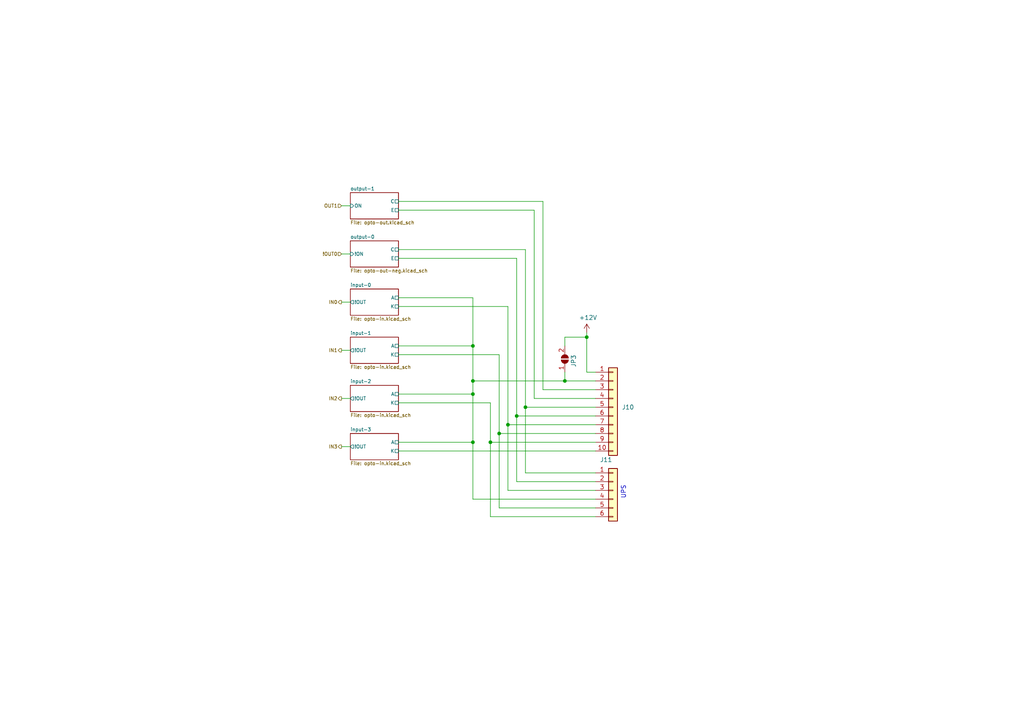
<source format=kicad_sch>
(kicad_sch (version 20211123) (generator eeschema)
  (paper "A4")
  (lib_symbols
    (symbol "Connector_Generic:Conn_01x06" (pin_names (offset 1.016) hide)
      (property "Reference" "J" (at 0 7.62 0))
      (property "Value" "Conn_01x06" (at 0 -10.16 0))
      (symbol "Conn_01x06_1_1"
        (rectangle (start -1.27 -7.493) (end 0 -7.747) (stroke (width 0.1524)))
        (rectangle (start -1.27 -4.953) (end 0 -5.207) (stroke (width 0.1524)))
        (rectangle (start -1.27 -2.413) (end 0 -2.667) (stroke (width 0.1524)))
        (rectangle (start -1.27 0.127) (end 0 -0.127) (stroke (width 0.1524)))
        (rectangle (start -1.27 2.667) (end 0 2.413) (stroke (width 0.1524)))
        (rectangle (start -1.27 5.207) (end 0 4.953) (stroke (width 0.1524)))
        (rectangle (start -1.27 6.35) (end 1.27 -8.89) (stroke (width 0.254)) (fill (type background)))
        (pin passive line (at -5.08 5.08 0) (length 3.81) (name "Pin_1") (number "1"))
        (pin passive line (at -5.08 2.54 0) (length 3.81) (name "Pin_2") (number "2"))
        (pin passive line (at -5.08 0 0) (length 3.81) (name "Pin_3") (number "3"))
        (pin passive line (at -5.08 -2.54 0) (length 3.81) (name "Pin_4") (number "4"))
        (pin passive line (at -5.08 -5.08 0) (length 3.81) (name "Pin_5") (number "5"))
        (pin passive line (at -5.08 -7.62 0) (length 3.81) (name "Pin_6") (number "6"))
      )
    )
    (symbol "Connector_Generic:Conn_01x10" (pin_names (offset 1.016) hide)
      (property "Reference" "J" (at 0 12.7 0))
      (property "Value" "Conn_01x10" (at 0 -15.24 0))
      (symbol "Conn_01x10_1_1"
        (rectangle (start -1.27 -12.573) (end 0 -12.827) (stroke (width 0.1524)))
        (rectangle (start -1.27 -10.033) (end 0 -10.287) (stroke (width 0.1524)))
        (rectangle (start -1.27 -7.493) (end 0 -7.747) (stroke (width 0.1524)))
        (rectangle (start -1.27 -4.953) (end 0 -5.207) (stroke (width 0.1524)))
        (rectangle (start -1.27 -2.413) (end 0 -2.667) (stroke (width 0.1524)))
        (rectangle (start -1.27 0.127) (end 0 -0.127) (stroke (width 0.1524)))
        (rectangle (start -1.27 2.667) (end 0 2.413) (stroke (width 0.1524)))
        (rectangle (start -1.27 5.207) (end 0 4.953) (stroke (width 0.1524)))
        (rectangle (start -1.27 7.747) (end 0 7.493) (stroke (width 0.1524)))
        (rectangle (start -1.27 10.287) (end 0 10.033) (stroke (width 0.1524)))
        (rectangle (start -1.27 11.43) (end 1.27 -13.97) (stroke (width 0.254)) (fill (type background)))
        (pin passive line (at -5.08 10.16 0) (length 3.81) (name "Pin_1") (number "1"))
        (pin passive line (at -5.08 -12.7 0) (length 3.81) (name "Pin_10") (number "10"))
        (pin passive line (at -5.08 7.62 0) (length 3.81) (name "Pin_2") (number "2"))
        (pin passive line (at -5.08 5.08 0) (length 3.81) (name "Pin_3") (number "3"))
        (pin passive line (at -5.08 2.54 0) (length 3.81) (name "Pin_4") (number "4"))
        (pin passive line (at -5.08 0 0) (length 3.81) (name "Pin_5") (number "5"))
        (pin passive line (at -5.08 -2.54 0) (length 3.81) (name "Pin_6") (number "6"))
        (pin passive line (at -5.08 -5.08 0) (length 3.81) (name "Pin_7") (number "7"))
        (pin passive line (at -5.08 -7.62 0) (length 3.81) (name "Pin_8") (number "8"))
        (pin passive line (at -5.08 -10.16 0) (length 3.81) (name "Pin_9") (number "9"))
      )
    )
    (symbol "Jumper:SolderJumper_2_Open" (pin_names (offset 0) hide)
      (property "Reference" "JP" (at 0 2.032 0))
      (property "Value" "SolderJumper_2_Open" (at 0 -2.54 0))
      (symbol "SolderJumper_2_Open_0_1"
        (arc (start -0.254 1.016) (mid -1.27 0) (end -0.254 -1.016))
        (arc (start -0.254 1.016) (mid -1.27 0) (end -0.254 -1.016) (fill (type outline)))
        (polyline (pts (xy -0.254 1.016) (xy -0.254 -1.016)))
        (polyline (pts (xy 0.254 1.016) (xy 0.254 -1.016)))
        (arc (start 0.254 -1.016) (mid 1.27 0) (end 0.254 1.016))
        (arc (start 0.254 -1.016) (mid 1.27 0) (end 0.254 1.016) (fill (type outline)))
      )
      (symbol "SolderJumper_2_Open_1_1"
        (pin passive line (at -3.81 0 0) (length 2.54) (name "A") (number "1"))
        (pin passive line (at 3.81 0 180) (length 2.54) (name "B") (number "2"))
      )
    )
    (symbol "power:+12V" (power) (pin_names (offset 0))
      (property "Value" "+12V" (at 0 3.556 0))
      (symbol "+12V_0_1"
        (polyline (pts (xy -0.762 1.27) (xy 0 2.54)))
        (polyline (pts (xy 0 0) (xy 0 2.54)))
        (polyline (pts (xy 0 2.54) (xy 0.762 1.27)))
      )
      (symbol "+12V_1_1"
        (pin power_in line (at 0 0 90) (length 0) hide (name "+12V") (number "1"))
      )
    )
  )
  (junction (at 144.78 125.73))
  (junction (at 152.4 118.11))
  (junction (at 170.18 97.79))
  (junction (at 142.24 128.27))
  (junction (at 137.16 110.49))
  (junction (at 137.16 114.3))
  (junction (at 137.16 128.27))
  (junction (at 147.32 123.19))
  (junction (at 149.86 120.65))
  (junction (at 137.16 100.33))
  (junction (at 163.83 110.49))
  (wire (pts (xy 144.78 125.73) (xy 144.78 102.87)))
  (wire (pts (xy 137.16 114.3) (xy 137.16 128.27)))
  (wire (pts (xy 137.16 86.36) (xy 137.16 100.33)))
  (wire (pts (xy 142.24 128.27) (xy 142.24 116.84)))
  (wire (pts (xy 144.78 147.32) (xy 144.78 125.73)))
  (wire (pts (xy 172.72 149.86) (xy 142.24 149.86)))
  (wire (pts (xy 115.57 58.42) (xy 157.48 58.42)))
  (wire (pts (xy 172.72 139.7) (xy 149.86 139.7)))
  (wire (pts (xy 163.83 107.95) (xy 163.83 110.49)))
  (wire (pts (xy 170.18 97.79) (xy 170.18 96.52)))
  (wire (pts (xy 172.72 147.32) (xy 144.78 147.32)))
  (wire (pts (xy 149.86 120.65) (xy 149.86 139.7)))
  (wire (pts (xy 147.32 142.24) (xy 147.32 123.19)))
  (wire (pts (xy 137.16 144.78) (xy 172.72 144.78)))
  (wire (pts (xy 152.4 118.11) (xy 172.72 118.11)))
  (wire (pts (xy 99.06 73.66) (xy 101.6 73.66)))
  (wire (pts (xy 163.83 97.79) (xy 170.18 97.79)))
  (wire (pts (xy 115.57 100.33) (xy 137.16 100.33)))
  (wire (pts (xy 170.18 107.95) (xy 170.18 97.79)))
  (wire (pts (xy 137.16 110.49) (xy 163.83 110.49)))
  (wire (pts (xy 163.83 100.33) (xy 163.83 97.79)))
  (wire (pts (xy 115.57 116.84) (xy 142.24 116.84)))
  (wire (pts (xy 137.16 110.49) (xy 137.16 114.3)))
  (wire (pts (xy 152.4 72.39) (xy 152.4 118.11)))
  (wire (pts (xy 154.94 115.57) (xy 154.94 60.96)))
  (wire (pts (xy 157.48 113.03) (xy 172.72 113.03)))
  (wire (pts (xy 115.57 74.93) (xy 149.86 74.93)))
  (wire (pts (xy 115.57 60.96) (xy 154.94 60.96)))
  (wire (pts (xy 115.57 86.36) (xy 137.16 86.36)))
  (wire (pts (xy 149.86 120.65) (xy 172.72 120.65)))
  (wire (pts (xy 157.48 58.42) (xy 157.48 113.03)))
  (wire (pts (xy 144.78 125.73) (xy 172.72 125.73)))
  (wire (pts (xy 163.83 110.49) (xy 172.72 110.49)))
  (wire (pts (xy 137.16 100.33) (xy 137.16 110.49)))
  (wire (pts (xy 115.57 114.3) (xy 137.16 114.3)))
  (wire (pts (xy 147.32 123.19) (xy 172.72 123.19)))
  (wire (pts (xy 137.16 144.78) (xy 137.16 128.27)))
  (wire (pts (xy 99.06 129.54) (xy 101.6 129.54)))
  (wire (pts (xy 99.06 87.63) (xy 101.6 87.63)))
  (wire (pts (xy 152.4 118.11) (xy 152.4 137.16)))
  (wire (pts (xy 115.57 102.87) (xy 144.78 102.87)))
  (wire (pts (xy 149.86 74.93) (xy 149.86 120.65)))
  (wire (pts (xy 101.6 101.6) (xy 99.06 101.6)))
  (wire (pts (xy 147.32 123.19) (xy 147.32 88.9)))
  (wire (pts (xy 115.57 130.81) (xy 172.72 130.81)))
  (wire (pts (xy 142.24 128.27) (xy 172.72 128.27)))
  (wire (pts (xy 115.57 72.39) (xy 152.4 72.39)))
  (wire (pts (xy 172.72 115.57) (xy 154.94 115.57)))
  (wire (pts (xy 172.72 107.95) (xy 170.18 107.95)))
  (wire (pts (xy 172.72 142.24) (xy 147.32 142.24)))
  (wire (pts (xy 142.24 149.86) (xy 142.24 128.27)))
  (wire (pts (xy 115.57 88.9) (xy 147.32 88.9)))
  (wire (pts (xy 152.4 137.16) (xy 172.72 137.16)))
  (wire (pts (xy 99.06 59.69) (xy 101.6 59.69)))
  (wire (pts (xy 115.57 128.27) (xy 137.16 128.27)))
  (wire (pts (xy 99.06 115.57) (xy 101.6 115.57)))
  (text "UPS" (at 181.61 144.78 90) (effects (font (size 1.27 1.27)) (justify left bottom)))
  (hierarchical_label "!OUT0" (shape input) (at 99.06 73.66 180) (effects (font (size 0.9906 0.9906))))
  (hierarchical_label "IN2" (shape output) (at 99.06 115.57 180) (effects (font (size 0.9906 0.9906))))
  (hierarchical_label "OUT1" (shape input) (at 99.06 59.69 180) (effects (font (size 0.9906 0.9906))))
  (hierarchical_label "IN3" (shape output) (at 99.06 129.54 180) (effects (font (size 0.9906 0.9906))))
  (hierarchical_label "IN0" (shape output) (at 99.06 87.63 180) (effects (font (size 0.9906 0.9906))))
  (hierarchical_label "IN1" (shape output) (at 99.06 101.6 180) (effects (font (size 0.9906 0.9906))))
  (symbol (lib_id "Connector_Generic:Conn_01x06") (at 177.8 142.24 0) (unit 1) (in_bom no) (on_board no)
    (property "Reference" "J11" (at 173.99 133.35 0) (effects (justify left)))
    (property "Datasheet" "https://app.adam-tech.com/products/download/data_sheet/196588/lha-xx-ts-data-sheet.pdf" (effects hide))
    (property "manf#" "LHA-06-TS" (effects hide))
  )
  (symbol (lib_id "Jumper:SolderJumper_2_Open") (at 163.83 104.14 90) (unit 1)
    (property "Reference" "JP3" (at 166.37 102.87 0) (effects (justify right)))
    (property "Value" "SolderJumper_2_Open" (effects hide))
    (property "Footprint" "Jumper:SolderJumper-2_P1.3mm_Open_RoundedPad1.0x1.5mm" (effects hide))
  )
  (symbol (lib_id "power:+12V") (at 170.18 96.52 0) (unit 1)
    (property "Reference" "#PWR067" (effects hide))
    (property "Value" "+12V" (at 170.561 92.1258 0))
  )
  (symbol (lib_id "Connector_Generic:Conn_01x10") (at 177.8 118.11 0) (unit 1)
    (property "Reference" "J10" (at 180.34 118.1099 0) (effects (justify left)))
    (property "Datasheet" "https://app.adam-tech.com/products/download/data_sheet/196588/lha-xx-ts-data-sheet.pdf" (effects hide))
    (property "manf#" "LHA-10-TS" (effects hide))
  )
  (sheet (at 101.6 69.85) (size 13.97 7.62)
    (property "Sheet name" "output-0" (at 101.6 69.2781 0) (effects (font (size 0.9906 0.9906)) (justify left bottom)))
    (property "Sheet file" "opto-out-neg.kicad_sch" (at 101.6 77.9428 0) (effects (font (size 0.9906 0.9906)) (justify left top)))
    (pin "!ON" input (at 101.6 73.66 180) (effects (font (size 0.9906 0.9906))))
    (pin "C" passive (at 115.57 72.39 0) (effects (font (size 0.9906 0.9906))))
    (pin "E" passive (at 115.57 74.93 0) (effects (font (size 0.9906 0.9906))))
  )
  (sheet (at 101.6 83.82) (size 13.97 7.62)
    (property "Sheet name" "input-0" (at 101.6 83.2481 0) (effects (font (size 0.9906 0.9906)) (justify left bottom)))
    (property "Sheet file" "opto-in.kicad_sch" (at 101.6 91.9128 0) (effects (font (size 0.9906 0.9906)) (justify left top)))
    (pin "!OUT" output (at 101.6 87.63 180) (effects (font (size 0.9906 0.9906))))
    (pin "A" passive (at 115.57 86.36 0) (effects (font (size 0.9906 0.9906))))
    (pin "K" passive (at 115.57 88.9 0) (effects (font (size 0.9906 0.9906))))
  )
  (sheet (at 101.6 55.88) (size 13.97 7.62)
    (property "Sheet name" "output-1" (at 101.6 55.3081 0) (effects (font (size 0.9906 0.9906)) (justify left bottom)))
    (property "Sheet file" "opto-out.kicad_sch" (at 101.6 63.9728 0) (effects (font (size 0.9906 0.9906)) (justify left top)))
    (pin "ON" input (at 101.6 59.69 180) (effects (font (size 0.9906 0.9906))))
    (pin "C" passive (at 115.57 58.42 0) (effects (font (size 0.9906 0.9906))))
    (pin "E" passive (at 115.57 60.96 0) (effects (font (size 0.9906 0.9906))))
  )
  (sheet (at 101.6 97.79) (size 13.97 7.62)
    (property "Sheet name" "input-1" (at 101.6 97.2181 0) (effects (font (size 0.9906 0.9906)) (justify left bottom)))
    (property "Sheet file" "opto-in.kicad_sch" (at 101.6 105.8828 0) (effects (font (size 0.9906 0.9906)) (justify left top)))
    (pin "!OUT" output (at 101.6 101.6 180) (effects (font (size 0.9906 0.9906))))
    (pin "A" passive (at 115.57 100.33 0) (effects (font (size 0.9906 0.9906))))
    (pin "K" passive (at 115.57 102.87 0) (effects (font (size 0.9906 0.9906))))
  )
  (sheet (at 101.6 111.76) (size 13.97 7.62)
    (property "Sheet name" "input-2" (at 101.6 111.1881 0) (effects (font (size 0.9906 0.9906)) (justify left bottom)))
    (property "Sheet file" "opto-in.kicad_sch" (at 101.6 119.8528 0) (effects (font (size 0.9906 0.9906)) (justify left top)))
    (pin "!OUT" output (at 101.6 115.57 180) (effects (font (size 0.9906 0.9906))))
    (pin "A" passive (at 115.57 114.3 0) (effects (font (size 0.9906 0.9906))))
    (pin "K" passive (at 115.57 116.84 0) (effects (font (size 0.9906 0.9906))))
  )
  (sheet (at 101.6 125.73) (size 13.97 7.62)
    (property "Sheet name" "input-3" (at 101.6 125.1581 0) (effects (font (size 0.9906 0.9906)) (justify left bottom)))
    (property "Sheet file" "opto-in.kicad_sch" (at 101.6 133.8228 0) (effects (font (size 0.9906 0.9906)) (justify left top)))
    (pin "!OUT" output (at 101.6 129.54 180) (effects (font (size 0.9906 0.9906))))
    (pin "A" passive (at 115.57 128.27 0) (effects (font (size 0.9906 0.9906))))
    (pin "K" passive (at 115.57 130.81 0) (effects (font (size 0.9906 0.9906))))
  )
)
</source>
